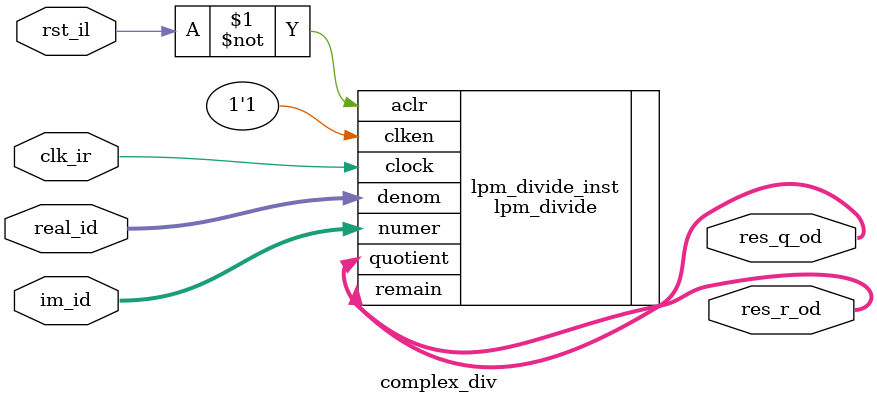
<source format=v>
/*
 --------------------------------------------------------------------------
   Synesthesia - Copyright (C) 2012 Gregory Matthew James.

   This file is part of Synesthesia.

   Synesthesia is free; you can redistribute it and/or modify
   it under the terms of the GNU General Public License as published by
   the Free Software Foundation; either version 3 of the License, or
   (at your option) any later version.

   Synesthesia is distributed in the hope that it will be useful,
   but WITHOUT ANY WARRANTY; without even the implied warranty of
   MERCHANTABILITY or FITNESS FOR A PARTICULAR PURPOSE. See the
   GNU General Public License for more details.

   You should have received a copy of the GNU General Public License
   along with this program. If not, see <http://www.gnu.org/licenses/>.
 --------------------------------------------------------------------------
*/

/*
 --------------------------------------------------------------------------
 -- Project Code      : synesthesia
 -- Module Name       : complex_div
 -- Author            : mammenx
 -- Associated modules: 
 -- Function          : This module accepts a complex number and returns
                        the value of imaginary_part/real_part. Acts as a
                        wrapper file for lpm_divide function.
 --------------------------------------------------------------------------
*/

/*
 --------------------------------------------------------------------------

 -- $Header$
 

 -- $Log$

 --------------------------------------------------------------------------
*/

`timescale 1ns / 10ps


module complex_div
  (
    clk_ir,                   //Clock
    rst_il,                   //Asynchronous Active low reset

    //Inputs
    real_id,                //Real part of complex number
    im_id,                  //Imaginary part of complex number

    //Outputs
    res_q_od,               //Quotient of division
    res_r_od                //Remainder of division
  );

//----------------------- Global parameters Declarations ------------------
  parameter P_DATA_W          = 32;

//----------------------- Input Declarations ------------------------------
  input                       clk_ir;
  input                       rst_il;

  input   [P_DATA_W-1:0]      real_id;
  input   [P_DATA_W-1:0]      im_id;


//----------------------- Output Declarations -----------------------------
  output  [P_DATA_W-1:0]      res_q_od;
  output  [P_DATA_W-1:0]      res_r_od;

//----------------------- Output Register Declaration ---------------------


//----------------------- Internal Register Declarations ------------------


//----------------------- Internal Wire Declarations ----------------------


//----------------------- Start of Code -----------------------------------

  //Instantiating LPM_DIVIDE
  lpm_divide  lpm_divide_inst
  (
    .quotient       (res_q_od),
    .remain         (res_r_od),
    .numer          (im_id),
    .denom          (real_id),
    .clock          (clk_ir),
    .clken          (1'b1),
    .aclr           (~rst_il)
  );

	defparam  lpm_divide_inst.lpm_type = "lpm_divide";
	defparam  lpm_divide_inst.lpm_widthn = P_DATA_W;
	defparam  lpm_divide_inst.lpm_widthd = P_DATA_W;
	defparam  lpm_divide_inst.lpm_nrepresentation = "UNSIGNED";
	defparam  lpm_divide_inst.lpm_drepresentation = "UNSIGNED";
	//defparam  lpm_divide_inst.lpm_remainderpositive = "TRUE";
	defparam  lpm_divide_inst.lpm_pipeline = 1;
	//defparam  lpm_divide_inst.lpm_hint = "UNUSED";

endmodule // complex_div

</source>
